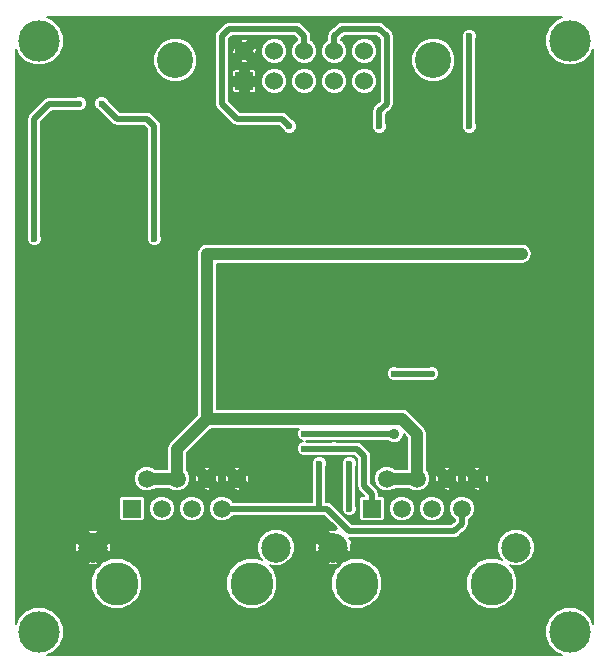
<source format=gbl>
G04 (created by PCBNEW (2013-may-18)-stable) date Sun 16 Feb 2014 09:25:13 PM CET*
%MOIN*%
G04 Gerber Fmt 3.4, Leading zero omitted, Abs format*
%FSLAX34Y34*%
G01*
G70*
G90*
G04 APERTURE LIST*
%ADD10C,0.00590551*%
%ADD11C,0.137795*%
%ADD12C,0.12*%
%ADD13R,0.06X0.06*%
%ADD14C,0.06*%
%ADD15C,0.1437*%
%ADD16R,0.0591X0.0591*%
%ADD17C,0.0591*%
%ADD18C,0.0984252*%
%ADD19C,0.023622*%
%ADD20C,0.0354331*%
%ADD21C,0.019685*%
%ADD22C,0.0393701*%
%ADD23C,0.0067*%
G04 APERTURE END LIST*
G54D10*
G54D11*
X40150Y-14400D03*
X40150Y-34100D03*
X57850Y-34100D03*
X57850Y-14400D03*
G54D12*
X53300Y-15050D03*
X44700Y-15050D03*
G54D13*
X47000Y-15750D03*
G54D14*
X47000Y-14750D03*
X48000Y-15750D03*
X48000Y-14750D03*
X49000Y-15750D03*
X49000Y-14750D03*
X50000Y-15750D03*
X50000Y-14750D03*
X51000Y-15750D03*
X51000Y-14750D03*
G54D15*
X47250Y-32500D03*
X42750Y-32500D03*
G54D16*
X43250Y-30000D03*
G54D17*
X43750Y-29000D03*
X44250Y-30000D03*
X44750Y-29000D03*
X45250Y-30000D03*
X45750Y-29000D03*
X46250Y-30000D03*
X46750Y-29000D03*
G54D18*
X41950Y-31299D03*
X48050Y-31299D03*
G54D15*
X55250Y-32500D03*
X50750Y-32500D03*
G54D16*
X51250Y-30000D03*
G54D17*
X51750Y-29000D03*
X52250Y-30000D03*
X52750Y-29000D03*
X53250Y-30000D03*
X53750Y-29000D03*
X54250Y-30000D03*
X54750Y-29000D03*
G54D18*
X49950Y-31299D03*
X56050Y-31299D03*
G54D19*
X41500Y-16500D03*
X40000Y-21000D03*
X45750Y-25250D03*
X53250Y-21500D03*
X56250Y-21500D03*
X54750Y-21500D03*
X51750Y-21500D03*
X50250Y-21500D03*
X48750Y-21500D03*
X47250Y-21500D03*
X45750Y-21500D03*
X42250Y-16500D03*
X44000Y-21000D03*
X49000Y-28000D03*
X50000Y-28000D03*
X49000Y-27500D03*
G54D20*
X52000Y-27500D03*
G54D19*
X50500Y-30000D03*
X50500Y-28500D03*
X52000Y-25500D03*
X53250Y-25500D03*
X49500Y-28500D03*
X54500Y-14250D03*
X54500Y-17250D03*
X51500Y-17250D03*
X48500Y-17250D03*
G54D21*
X40500Y-16500D02*
X41500Y-16500D01*
X40000Y-17000D02*
X40500Y-16500D01*
X40000Y-17000D02*
X40000Y-21000D01*
G54D22*
X45750Y-27000D02*
X52250Y-27000D01*
X52750Y-29000D02*
X52750Y-27500D01*
X52750Y-27500D02*
X52250Y-27000D01*
X45750Y-27000D02*
X45750Y-27000D01*
X45750Y-27000D02*
X45750Y-26250D01*
X44750Y-28000D02*
X45750Y-27000D01*
X44750Y-28000D02*
X44750Y-28000D01*
X44750Y-28000D02*
X44750Y-29000D01*
X45750Y-26250D02*
X45750Y-25250D01*
X45750Y-25250D02*
X45750Y-25000D01*
X45750Y-25000D02*
X45750Y-21500D01*
X51750Y-29000D02*
X52750Y-29000D01*
X43750Y-29000D02*
X44750Y-29000D01*
X54750Y-21500D02*
X56250Y-21500D01*
X54750Y-21500D02*
X53250Y-21500D01*
X53250Y-21500D02*
X51750Y-21500D01*
X51750Y-21500D02*
X50250Y-21500D01*
X50250Y-21500D02*
X48750Y-21500D01*
X48750Y-21500D02*
X47250Y-21500D01*
X47250Y-21500D02*
X45750Y-21500D01*
G54D21*
X42250Y-16500D02*
X42750Y-17000D01*
X42750Y-17000D02*
X43750Y-17000D01*
X43750Y-17000D02*
X44000Y-17250D01*
X44000Y-17250D02*
X44000Y-21000D01*
X49000Y-28000D02*
X50000Y-28000D01*
X51000Y-28250D02*
X51000Y-29250D01*
X50000Y-28000D02*
X50750Y-28000D01*
X50750Y-28000D02*
X51000Y-28250D01*
X51250Y-29500D02*
X51250Y-30000D01*
X51000Y-29250D02*
X51250Y-29500D01*
X49000Y-27500D02*
X52000Y-27500D01*
X50500Y-30000D02*
X50500Y-30000D01*
X50500Y-28500D02*
X50500Y-30000D01*
X52000Y-25500D02*
X52750Y-25500D01*
X52750Y-25500D02*
X53250Y-25500D01*
X50500Y-30750D02*
X51000Y-30750D01*
X51000Y-30750D02*
X54000Y-30750D01*
X54000Y-30750D02*
X54250Y-30500D01*
X54250Y-30000D02*
X54250Y-30500D01*
X49750Y-30000D02*
X50500Y-30750D01*
X49750Y-30000D02*
X49500Y-30000D01*
X49500Y-30000D02*
X49500Y-29500D01*
X49500Y-29500D02*
X49500Y-30000D01*
X49500Y-30000D02*
X47250Y-30000D01*
X47250Y-30000D02*
X46250Y-30000D01*
X49500Y-28500D02*
X49500Y-29500D01*
X54500Y-14250D02*
X54500Y-17250D01*
X51500Y-14000D02*
X50250Y-14000D01*
X51750Y-14250D02*
X51500Y-14000D01*
X51750Y-16500D02*
X51750Y-16250D01*
X51500Y-16750D02*
X51750Y-16500D01*
X51500Y-17250D02*
X51500Y-16750D01*
X51750Y-16250D02*
X51750Y-14250D01*
X50000Y-14250D02*
X50000Y-14750D01*
X50250Y-14000D02*
X50000Y-14250D01*
X46750Y-17000D02*
X48250Y-17000D01*
X48750Y-14000D02*
X49000Y-14250D01*
X49000Y-14750D02*
X49000Y-14250D01*
X46250Y-16250D02*
X46250Y-14250D01*
X46750Y-17000D02*
X46250Y-16500D01*
X46250Y-16500D02*
X46250Y-16250D01*
X46250Y-14250D02*
X46500Y-14000D01*
X46500Y-14000D02*
X48750Y-14000D01*
X48500Y-17250D02*
X48500Y-17250D01*
X48250Y-17000D02*
X48500Y-17250D01*
G54D10*
G36*
X58629Y-33833D02*
X58547Y-33634D01*
X58316Y-33403D01*
X58014Y-33277D01*
X57687Y-33277D01*
X57384Y-33402D01*
X57153Y-33633D01*
X57027Y-33935D01*
X57027Y-34262D01*
X57152Y-34565D01*
X57383Y-34796D01*
X57583Y-34879D01*
X56675Y-34879D01*
X56675Y-31175D01*
X56580Y-30945D01*
X56580Y-30944D01*
X56580Y-21500D01*
X56555Y-21373D01*
X56483Y-21266D01*
X56376Y-21194D01*
X56250Y-21169D01*
X54751Y-21169D01*
X54751Y-17200D01*
X54731Y-17152D01*
X54731Y-14347D01*
X54751Y-14300D01*
X54751Y-14200D01*
X54713Y-14107D01*
X54642Y-14036D01*
X54550Y-13998D01*
X54450Y-13998D01*
X54357Y-14036D01*
X54286Y-14107D01*
X54248Y-14199D01*
X54248Y-14299D01*
X54268Y-14347D01*
X54268Y-17152D01*
X54248Y-17199D01*
X54248Y-17299D01*
X54286Y-17392D01*
X54357Y-17463D01*
X54449Y-17501D01*
X54549Y-17501D01*
X54642Y-17463D01*
X54713Y-17392D01*
X54751Y-17300D01*
X54751Y-17200D01*
X54751Y-21169D01*
X54750Y-21169D01*
X54033Y-21169D01*
X54033Y-14904D01*
X53922Y-14635D01*
X53716Y-14428D01*
X53446Y-14316D01*
X53154Y-14316D01*
X52885Y-14427D01*
X52678Y-14633D01*
X52566Y-14903D01*
X52566Y-15195D01*
X52677Y-15464D01*
X52883Y-15671D01*
X53153Y-15783D01*
X53445Y-15783D01*
X53714Y-15672D01*
X53921Y-15466D01*
X54033Y-15196D01*
X54033Y-14904D01*
X54033Y-21169D01*
X53250Y-21169D01*
X51981Y-21169D01*
X51981Y-16500D01*
X51981Y-16250D01*
X51981Y-14250D01*
X51964Y-14161D01*
X51913Y-14086D01*
X51913Y-14086D01*
X51663Y-13836D01*
X51588Y-13785D01*
X51500Y-13768D01*
X51499Y-13768D01*
X50250Y-13768D01*
X50161Y-13785D01*
X50086Y-13836D01*
X50086Y-13836D01*
X49836Y-14086D01*
X49785Y-14161D01*
X49768Y-14250D01*
X49768Y-14250D01*
X49768Y-14376D01*
X49754Y-14382D01*
X49632Y-14504D01*
X49566Y-14663D01*
X49566Y-14835D01*
X49632Y-14995D01*
X49754Y-15117D01*
X49913Y-15183D01*
X50085Y-15183D01*
X50245Y-15117D01*
X50367Y-14995D01*
X50433Y-14836D01*
X50433Y-14664D01*
X50367Y-14504D01*
X50245Y-14382D01*
X50231Y-14376D01*
X50231Y-14346D01*
X50346Y-14231D01*
X51403Y-14231D01*
X51518Y-14346D01*
X51518Y-16250D01*
X51518Y-16403D01*
X51433Y-16488D01*
X51433Y-15664D01*
X51433Y-14664D01*
X51367Y-14504D01*
X51245Y-14382D01*
X51086Y-14316D01*
X50914Y-14316D01*
X50754Y-14382D01*
X50632Y-14504D01*
X50566Y-14663D01*
X50566Y-14835D01*
X50632Y-14995D01*
X50754Y-15117D01*
X50913Y-15183D01*
X51085Y-15183D01*
X51245Y-15117D01*
X51367Y-14995D01*
X51433Y-14836D01*
X51433Y-14664D01*
X51433Y-15664D01*
X51367Y-15504D01*
X51245Y-15382D01*
X51086Y-15316D01*
X50914Y-15316D01*
X50754Y-15382D01*
X50632Y-15504D01*
X50566Y-15663D01*
X50566Y-15835D01*
X50632Y-15995D01*
X50754Y-16117D01*
X50913Y-16183D01*
X51085Y-16183D01*
X51245Y-16117D01*
X51367Y-15995D01*
X51433Y-15836D01*
X51433Y-15664D01*
X51433Y-16488D01*
X51336Y-16586D01*
X51285Y-16661D01*
X51268Y-16750D01*
X51268Y-16750D01*
X51268Y-17152D01*
X51248Y-17199D01*
X51248Y-17299D01*
X51286Y-17392D01*
X51357Y-17463D01*
X51449Y-17501D01*
X51549Y-17501D01*
X51642Y-17463D01*
X51713Y-17392D01*
X51751Y-17300D01*
X51751Y-17200D01*
X51731Y-17152D01*
X51731Y-16846D01*
X51913Y-16663D01*
X51913Y-16663D01*
X51913Y-16663D01*
X51964Y-16588D01*
X51981Y-16500D01*
X51981Y-21169D01*
X51750Y-21169D01*
X50433Y-21169D01*
X50433Y-15664D01*
X50367Y-15504D01*
X50245Y-15382D01*
X50086Y-15316D01*
X49914Y-15316D01*
X49754Y-15382D01*
X49632Y-15504D01*
X49566Y-15663D01*
X49566Y-15835D01*
X49632Y-15995D01*
X49754Y-16117D01*
X49913Y-16183D01*
X50085Y-16183D01*
X50245Y-16117D01*
X50367Y-15995D01*
X50433Y-15836D01*
X50433Y-15664D01*
X50433Y-21169D01*
X50250Y-21169D01*
X49433Y-21169D01*
X49433Y-15664D01*
X49433Y-14664D01*
X49367Y-14504D01*
X49245Y-14382D01*
X49231Y-14376D01*
X49231Y-14250D01*
X49214Y-14161D01*
X49163Y-14086D01*
X49163Y-14086D01*
X48913Y-13836D01*
X48838Y-13785D01*
X48750Y-13768D01*
X48749Y-13768D01*
X46500Y-13768D01*
X46411Y-13785D01*
X46336Y-13836D01*
X46336Y-13836D01*
X46086Y-14086D01*
X46035Y-14161D01*
X46018Y-14250D01*
X46018Y-14250D01*
X46018Y-16250D01*
X46018Y-16499D01*
X46018Y-16500D01*
X46035Y-16588D01*
X46086Y-16663D01*
X46586Y-17163D01*
X46586Y-17163D01*
X46661Y-17214D01*
X46750Y-17231D01*
X46750Y-17231D01*
X46750Y-17231D01*
X48153Y-17231D01*
X48267Y-17345D01*
X48286Y-17392D01*
X48357Y-17463D01*
X48449Y-17501D01*
X48549Y-17501D01*
X48642Y-17463D01*
X48713Y-17392D01*
X48751Y-17300D01*
X48751Y-17200D01*
X48713Y-17107D01*
X48642Y-17036D01*
X48594Y-17017D01*
X48433Y-16855D01*
X48433Y-15664D01*
X48433Y-14664D01*
X48367Y-14504D01*
X48245Y-14382D01*
X48086Y-14316D01*
X47914Y-14316D01*
X47754Y-14382D01*
X47632Y-14504D01*
X47566Y-14663D01*
X47566Y-14835D01*
X47632Y-14995D01*
X47754Y-15117D01*
X47913Y-15183D01*
X48085Y-15183D01*
X48245Y-15117D01*
X48367Y-14995D01*
X48433Y-14836D01*
X48433Y-14664D01*
X48433Y-15664D01*
X48367Y-15504D01*
X48245Y-15382D01*
X48086Y-15316D01*
X47914Y-15316D01*
X47754Y-15382D01*
X47632Y-15504D01*
X47566Y-15663D01*
X47566Y-15835D01*
X47632Y-15995D01*
X47754Y-16117D01*
X47913Y-16183D01*
X48085Y-16183D01*
X48245Y-16117D01*
X48367Y-15995D01*
X48433Y-15836D01*
X48433Y-15664D01*
X48433Y-16855D01*
X48413Y-16836D01*
X48338Y-16785D01*
X48250Y-16768D01*
X48249Y-16768D01*
X47404Y-16768D01*
X47404Y-14692D01*
X47395Y-14648D01*
X47355Y-14606D01*
X47212Y-14750D01*
X47355Y-14893D01*
X47395Y-14851D01*
X47404Y-14692D01*
X47404Y-16768D01*
X47400Y-16768D01*
X47400Y-16030D01*
X47400Y-15469D01*
X47400Y-15429D01*
X47385Y-15392D01*
X47356Y-15364D01*
X47319Y-15349D01*
X47175Y-15349D01*
X47150Y-15374D01*
X47150Y-15600D01*
X47375Y-15600D01*
X47400Y-15574D01*
X47400Y-15469D01*
X47400Y-16030D01*
X47400Y-15925D01*
X47375Y-15900D01*
X47150Y-15900D01*
X47150Y-16125D01*
X47175Y-16150D01*
X47319Y-16150D01*
X47356Y-16135D01*
X47385Y-16107D01*
X47400Y-16070D01*
X47400Y-16030D01*
X47400Y-16768D01*
X47143Y-16768D01*
X47143Y-15105D01*
X47143Y-14394D01*
X47101Y-14354D01*
X46942Y-14345D01*
X46898Y-14354D01*
X46856Y-14394D01*
X47000Y-14537D01*
X47143Y-14394D01*
X47143Y-15105D01*
X47000Y-14962D01*
X46856Y-15105D01*
X46898Y-15145D01*
X47057Y-15154D01*
X47101Y-15145D01*
X47143Y-15105D01*
X47143Y-16768D01*
X46850Y-16768D01*
X46850Y-16125D01*
X46850Y-15900D01*
X46850Y-15600D01*
X46850Y-15374D01*
X46824Y-15349D01*
X46787Y-15349D01*
X46787Y-14750D01*
X46644Y-14606D01*
X46604Y-14648D01*
X46595Y-14807D01*
X46604Y-14851D01*
X46644Y-14893D01*
X46787Y-14750D01*
X46787Y-15349D01*
X46680Y-15349D01*
X46643Y-15364D01*
X46614Y-15392D01*
X46599Y-15429D01*
X46599Y-15469D01*
X46599Y-15574D01*
X46624Y-15600D01*
X46850Y-15600D01*
X46850Y-15900D01*
X46624Y-15900D01*
X46599Y-15925D01*
X46599Y-16030D01*
X46599Y-16070D01*
X46614Y-16107D01*
X46643Y-16135D01*
X46680Y-16150D01*
X46824Y-16150D01*
X46850Y-16125D01*
X46850Y-16768D01*
X46846Y-16768D01*
X46481Y-16403D01*
X46481Y-16250D01*
X46481Y-14346D01*
X46596Y-14231D01*
X48653Y-14231D01*
X48768Y-14346D01*
X48768Y-14376D01*
X48754Y-14382D01*
X48632Y-14504D01*
X48566Y-14663D01*
X48566Y-14835D01*
X48632Y-14995D01*
X48754Y-15117D01*
X48913Y-15183D01*
X49085Y-15183D01*
X49245Y-15117D01*
X49367Y-14995D01*
X49433Y-14836D01*
X49433Y-14664D01*
X49433Y-15664D01*
X49367Y-15504D01*
X49245Y-15382D01*
X49086Y-15316D01*
X48914Y-15316D01*
X48754Y-15382D01*
X48632Y-15504D01*
X48566Y-15663D01*
X48566Y-15835D01*
X48632Y-15995D01*
X48754Y-16117D01*
X48913Y-16183D01*
X49085Y-16183D01*
X49245Y-16117D01*
X49367Y-15995D01*
X49433Y-15836D01*
X49433Y-15664D01*
X49433Y-21169D01*
X48750Y-21169D01*
X47250Y-21169D01*
X45750Y-21169D01*
X45623Y-21194D01*
X45516Y-21266D01*
X45444Y-21373D01*
X45433Y-21429D01*
X45433Y-14904D01*
X45322Y-14635D01*
X45116Y-14428D01*
X44846Y-14316D01*
X44554Y-14316D01*
X44285Y-14427D01*
X44078Y-14633D01*
X43966Y-14903D01*
X43966Y-15195D01*
X44077Y-15464D01*
X44283Y-15671D01*
X44553Y-15783D01*
X44845Y-15783D01*
X45114Y-15672D01*
X45321Y-15466D01*
X45433Y-15196D01*
X45433Y-14904D01*
X45433Y-21429D01*
X45419Y-21500D01*
X45419Y-25000D01*
X45419Y-25250D01*
X45419Y-26250D01*
X45419Y-26863D01*
X44516Y-27766D01*
X44444Y-27873D01*
X44419Y-28000D01*
X44419Y-28669D01*
X44251Y-28669D01*
X44251Y-20950D01*
X44231Y-20902D01*
X44231Y-17250D01*
X44214Y-17161D01*
X44163Y-17086D01*
X44163Y-17086D01*
X43913Y-16836D01*
X43838Y-16785D01*
X43750Y-16768D01*
X43749Y-16768D01*
X42846Y-16768D01*
X42482Y-16404D01*
X42463Y-16357D01*
X42392Y-16286D01*
X42300Y-16248D01*
X42200Y-16248D01*
X42107Y-16286D01*
X42036Y-16357D01*
X41998Y-16449D01*
X41998Y-16549D01*
X42036Y-16642D01*
X42107Y-16713D01*
X42155Y-16732D01*
X42586Y-17163D01*
X42586Y-17163D01*
X42661Y-17214D01*
X42750Y-17231D01*
X42750Y-17231D01*
X42750Y-17231D01*
X43653Y-17231D01*
X43768Y-17346D01*
X43768Y-20902D01*
X43748Y-20949D01*
X43748Y-21049D01*
X43786Y-21142D01*
X43857Y-21213D01*
X43949Y-21251D01*
X44049Y-21251D01*
X44142Y-21213D01*
X44213Y-21142D01*
X44251Y-21050D01*
X44251Y-20950D01*
X44251Y-28669D01*
X44026Y-28669D01*
X43993Y-28636D01*
X43835Y-28571D01*
X43665Y-28570D01*
X43507Y-28636D01*
X43386Y-28756D01*
X43321Y-28914D01*
X43320Y-29084D01*
X43386Y-29242D01*
X43506Y-29363D01*
X43664Y-29428D01*
X43834Y-29429D01*
X43992Y-29363D01*
X44026Y-29330D01*
X44473Y-29330D01*
X44506Y-29363D01*
X44664Y-29428D01*
X44834Y-29429D01*
X44992Y-29363D01*
X45113Y-29243D01*
X45178Y-29085D01*
X45179Y-28915D01*
X45113Y-28757D01*
X45080Y-28723D01*
X45080Y-28136D01*
X45886Y-27330D01*
X48813Y-27330D01*
X48786Y-27357D01*
X48748Y-27449D01*
X48748Y-27549D01*
X48786Y-27642D01*
X48857Y-27713D01*
X48946Y-27750D01*
X48857Y-27786D01*
X48786Y-27857D01*
X48748Y-27949D01*
X48748Y-28049D01*
X48786Y-28142D01*
X48857Y-28213D01*
X48949Y-28251D01*
X49049Y-28251D01*
X49097Y-28231D01*
X49902Y-28231D01*
X49949Y-28251D01*
X50049Y-28251D01*
X50097Y-28231D01*
X50653Y-28231D01*
X50768Y-28346D01*
X50768Y-29249D01*
X50768Y-29250D01*
X50785Y-29338D01*
X50836Y-29413D01*
X50992Y-29570D01*
X50928Y-29570D01*
X50878Y-29591D01*
X50841Y-29628D01*
X50821Y-29677D01*
X50820Y-29730D01*
X50820Y-30321D01*
X50841Y-30371D01*
X50878Y-30408D01*
X50927Y-30428D01*
X50980Y-30429D01*
X51571Y-30429D01*
X51621Y-30408D01*
X51658Y-30371D01*
X51678Y-30322D01*
X51679Y-30269D01*
X51679Y-29678D01*
X51658Y-29628D01*
X51621Y-29591D01*
X51572Y-29571D01*
X51519Y-29570D01*
X51481Y-29570D01*
X51481Y-29500D01*
X51464Y-29411D01*
X51413Y-29336D01*
X51413Y-29336D01*
X51231Y-29153D01*
X51231Y-28250D01*
X51214Y-28161D01*
X51163Y-28086D01*
X51163Y-28086D01*
X50913Y-27836D01*
X50838Y-27785D01*
X50750Y-27768D01*
X50749Y-27768D01*
X50097Y-27768D01*
X50050Y-27748D01*
X49950Y-27748D01*
X49902Y-27768D01*
X49097Y-27768D01*
X49053Y-27749D01*
X49097Y-27731D01*
X51792Y-27731D01*
X51823Y-27763D01*
X51937Y-27810D01*
X52061Y-27810D01*
X52175Y-27763D01*
X52263Y-27676D01*
X52310Y-27562D01*
X52310Y-27527D01*
X52419Y-27636D01*
X52419Y-28669D01*
X52026Y-28669D01*
X51993Y-28636D01*
X51835Y-28571D01*
X51665Y-28570D01*
X51507Y-28636D01*
X51386Y-28756D01*
X51321Y-28914D01*
X51320Y-29084D01*
X51386Y-29242D01*
X51506Y-29363D01*
X51664Y-29428D01*
X51834Y-29429D01*
X51992Y-29363D01*
X52026Y-29330D01*
X52473Y-29330D01*
X52506Y-29363D01*
X52664Y-29428D01*
X52834Y-29429D01*
X52992Y-29363D01*
X53113Y-29243D01*
X53178Y-29085D01*
X53179Y-28915D01*
X53113Y-28757D01*
X53080Y-28723D01*
X53080Y-27500D01*
X53055Y-27373D01*
X52983Y-27266D01*
X52483Y-26766D01*
X52376Y-26694D01*
X52250Y-26669D01*
X46080Y-26669D01*
X46080Y-26250D01*
X46080Y-25250D01*
X46080Y-25000D01*
X46080Y-21830D01*
X47250Y-21830D01*
X48750Y-21830D01*
X50250Y-21830D01*
X51750Y-21830D01*
X53250Y-21830D01*
X54750Y-21830D01*
X56250Y-21830D01*
X56376Y-21805D01*
X56483Y-21733D01*
X56555Y-21626D01*
X56580Y-21500D01*
X56580Y-30944D01*
X56404Y-30769D01*
X56174Y-30673D01*
X55926Y-30673D01*
X55696Y-30768D01*
X55519Y-30944D01*
X55424Y-31174D01*
X55424Y-31423D01*
X55519Y-31653D01*
X55580Y-31714D01*
X55420Y-31648D01*
X55149Y-31647D01*
X55149Y-28944D01*
X55140Y-28898D01*
X55100Y-28857D01*
X54958Y-29000D01*
X55100Y-29142D01*
X55140Y-29101D01*
X55149Y-28944D01*
X55149Y-31647D01*
X55081Y-31647D01*
X54892Y-31726D01*
X54892Y-29350D01*
X54892Y-28649D01*
X54851Y-28609D01*
X54694Y-28600D01*
X54648Y-28609D01*
X54607Y-28649D01*
X54750Y-28791D01*
X54892Y-28649D01*
X54892Y-29350D01*
X54750Y-29208D01*
X54607Y-29350D01*
X54648Y-29390D01*
X54805Y-29399D01*
X54851Y-29390D01*
X54892Y-29350D01*
X54892Y-31726D01*
X54768Y-31777D01*
X54679Y-31866D01*
X54679Y-29915D01*
X54613Y-29757D01*
X54541Y-29684D01*
X54541Y-29000D01*
X54399Y-28857D01*
X54359Y-28898D01*
X54350Y-29055D01*
X54359Y-29101D01*
X54399Y-29142D01*
X54541Y-29000D01*
X54541Y-29684D01*
X54493Y-29636D01*
X54335Y-29571D01*
X54165Y-29570D01*
X54149Y-29577D01*
X54149Y-28944D01*
X54140Y-28898D01*
X54100Y-28857D01*
X53958Y-29000D01*
X54100Y-29142D01*
X54140Y-29101D01*
X54149Y-28944D01*
X54149Y-29577D01*
X54007Y-29636D01*
X53892Y-29751D01*
X53892Y-29350D01*
X53892Y-28649D01*
X53851Y-28609D01*
X53694Y-28600D01*
X53648Y-28609D01*
X53607Y-28649D01*
X53750Y-28791D01*
X53892Y-28649D01*
X53892Y-29350D01*
X53750Y-29208D01*
X53607Y-29350D01*
X53648Y-29390D01*
X53805Y-29399D01*
X53851Y-29390D01*
X53892Y-29350D01*
X53892Y-29751D01*
X53886Y-29756D01*
X53821Y-29914D01*
X53820Y-30084D01*
X53886Y-30242D01*
X54006Y-30363D01*
X54018Y-30368D01*
X54018Y-30403D01*
X53903Y-30518D01*
X53679Y-30518D01*
X53679Y-29915D01*
X53613Y-29757D01*
X53541Y-29684D01*
X53541Y-29000D01*
X53501Y-28960D01*
X53501Y-25450D01*
X53463Y-25357D01*
X53392Y-25286D01*
X53300Y-25248D01*
X53200Y-25248D01*
X53152Y-25268D01*
X52750Y-25268D01*
X52097Y-25268D01*
X52050Y-25248D01*
X51950Y-25248D01*
X51857Y-25286D01*
X51786Y-25357D01*
X51748Y-25449D01*
X51748Y-25549D01*
X51786Y-25642D01*
X51857Y-25713D01*
X51949Y-25751D01*
X52049Y-25751D01*
X52097Y-25731D01*
X52750Y-25731D01*
X53152Y-25731D01*
X53199Y-25751D01*
X53299Y-25751D01*
X53392Y-25713D01*
X53463Y-25642D01*
X53501Y-25550D01*
X53501Y-25450D01*
X53501Y-28960D01*
X53399Y-28857D01*
X53359Y-28898D01*
X53350Y-29055D01*
X53359Y-29101D01*
X53399Y-29142D01*
X53541Y-29000D01*
X53541Y-29684D01*
X53493Y-29636D01*
X53335Y-29571D01*
X53165Y-29570D01*
X53007Y-29636D01*
X52886Y-29756D01*
X52821Y-29914D01*
X52820Y-30084D01*
X52886Y-30242D01*
X53006Y-30363D01*
X53164Y-30428D01*
X53334Y-30429D01*
X53492Y-30363D01*
X53613Y-30243D01*
X53678Y-30085D01*
X53679Y-29915D01*
X53679Y-30518D01*
X52679Y-30518D01*
X52679Y-29915D01*
X52613Y-29757D01*
X52493Y-29636D01*
X52335Y-29571D01*
X52165Y-29570D01*
X52007Y-29636D01*
X51886Y-29756D01*
X51821Y-29914D01*
X51820Y-30084D01*
X51886Y-30242D01*
X52006Y-30363D01*
X52164Y-30428D01*
X52334Y-30429D01*
X52492Y-30363D01*
X52613Y-30243D01*
X52678Y-30085D01*
X52679Y-29915D01*
X52679Y-30518D01*
X51000Y-30518D01*
X50751Y-30518D01*
X50751Y-29950D01*
X50731Y-29902D01*
X50731Y-28597D01*
X50751Y-28550D01*
X50751Y-28450D01*
X50713Y-28357D01*
X50642Y-28286D01*
X50550Y-28248D01*
X50450Y-28248D01*
X50357Y-28286D01*
X50286Y-28357D01*
X50248Y-28449D01*
X50248Y-28549D01*
X50268Y-28597D01*
X50268Y-29902D01*
X50248Y-29949D01*
X50248Y-30049D01*
X50286Y-30142D01*
X50357Y-30213D01*
X50449Y-30251D01*
X50549Y-30251D01*
X50642Y-30213D01*
X50713Y-30142D01*
X50751Y-30050D01*
X50751Y-29950D01*
X50751Y-30518D01*
X50596Y-30518D01*
X49913Y-29836D01*
X49838Y-29785D01*
X49750Y-29768D01*
X49749Y-29768D01*
X49731Y-29768D01*
X49731Y-29500D01*
X49731Y-28597D01*
X49751Y-28550D01*
X49751Y-28450D01*
X49713Y-28357D01*
X49642Y-28286D01*
X49550Y-28248D01*
X49450Y-28248D01*
X49357Y-28286D01*
X49286Y-28357D01*
X49248Y-28449D01*
X49248Y-28549D01*
X49268Y-28597D01*
X49268Y-29500D01*
X49268Y-29768D01*
X47250Y-29768D01*
X47149Y-29768D01*
X47149Y-28944D01*
X47140Y-28898D01*
X47100Y-28857D01*
X46958Y-29000D01*
X47100Y-29142D01*
X47140Y-29101D01*
X47149Y-28944D01*
X47149Y-29768D01*
X46892Y-29768D01*
X46892Y-29350D01*
X46892Y-28649D01*
X46851Y-28609D01*
X46694Y-28600D01*
X46648Y-28609D01*
X46607Y-28649D01*
X46750Y-28791D01*
X46892Y-28649D01*
X46892Y-29350D01*
X46750Y-29208D01*
X46607Y-29350D01*
X46648Y-29390D01*
X46805Y-29399D01*
X46851Y-29390D01*
X46892Y-29350D01*
X46892Y-29768D01*
X46618Y-29768D01*
X46613Y-29757D01*
X46541Y-29684D01*
X46541Y-29000D01*
X46399Y-28857D01*
X46359Y-28898D01*
X46350Y-29055D01*
X46359Y-29101D01*
X46399Y-29142D01*
X46541Y-29000D01*
X46541Y-29684D01*
X46493Y-29636D01*
X46335Y-29571D01*
X46165Y-29570D01*
X46149Y-29577D01*
X46149Y-28944D01*
X46140Y-28898D01*
X46100Y-28857D01*
X45958Y-29000D01*
X46100Y-29142D01*
X46140Y-29101D01*
X46149Y-28944D01*
X46149Y-29577D01*
X46007Y-29636D01*
X45892Y-29751D01*
X45892Y-29350D01*
X45892Y-28649D01*
X45851Y-28609D01*
X45694Y-28600D01*
X45648Y-28609D01*
X45607Y-28649D01*
X45750Y-28791D01*
X45892Y-28649D01*
X45892Y-29350D01*
X45750Y-29208D01*
X45607Y-29350D01*
X45648Y-29390D01*
X45805Y-29399D01*
X45851Y-29390D01*
X45892Y-29350D01*
X45892Y-29751D01*
X45886Y-29756D01*
X45821Y-29914D01*
X45820Y-30084D01*
X45886Y-30242D01*
X46006Y-30363D01*
X46164Y-30428D01*
X46334Y-30429D01*
X46492Y-30363D01*
X46613Y-30243D01*
X46618Y-30231D01*
X47250Y-30231D01*
X49500Y-30231D01*
X49653Y-30231D01*
X50081Y-30659D01*
X50033Y-30707D01*
X49840Y-30705D01*
X49825Y-30708D01*
X49754Y-30754D01*
X49950Y-30951D01*
X50036Y-30865D01*
X50147Y-30975D01*
X50384Y-31213D01*
X50298Y-31299D01*
X50495Y-31495D01*
X50541Y-31424D01*
X50544Y-31214D01*
X50544Y-31214D01*
X50632Y-31126D01*
X50483Y-30978D01*
X50485Y-30978D01*
X50499Y-30981D01*
X50499Y-30981D01*
X50500Y-30981D01*
X51000Y-30981D01*
X53999Y-30981D01*
X54000Y-30981D01*
X54000Y-30981D01*
X54088Y-30964D01*
X54163Y-30913D01*
X54413Y-30663D01*
X54413Y-30663D01*
X54413Y-30663D01*
X54464Y-30588D01*
X54481Y-30500D01*
X54481Y-30368D01*
X54492Y-30363D01*
X54613Y-30243D01*
X54678Y-30085D01*
X54679Y-29915D01*
X54679Y-31866D01*
X54528Y-32016D01*
X54398Y-32329D01*
X54397Y-32668D01*
X54527Y-32981D01*
X54766Y-33221D01*
X55079Y-33351D01*
X55418Y-33352D01*
X55731Y-33222D01*
X55971Y-32983D01*
X56101Y-32670D01*
X56102Y-32331D01*
X55972Y-32018D01*
X55847Y-31892D01*
X55925Y-31924D01*
X56173Y-31924D01*
X56403Y-31829D01*
X56580Y-31654D01*
X56675Y-31424D01*
X56675Y-31175D01*
X56675Y-34879D01*
X51602Y-34879D01*
X51602Y-32331D01*
X51472Y-32018D01*
X51233Y-31778D01*
X50920Y-31648D01*
X50581Y-31647D01*
X50544Y-31662D01*
X50268Y-31777D01*
X50147Y-31897D01*
X50147Y-31843D01*
X49950Y-31647D01*
X49754Y-31843D01*
X49825Y-31890D01*
X50061Y-31893D01*
X50076Y-31890D01*
X50147Y-31843D01*
X50147Y-31897D01*
X50028Y-32016D01*
X49898Y-32329D01*
X49897Y-32668D01*
X50027Y-32981D01*
X50266Y-33221D01*
X50579Y-33351D01*
X50918Y-33352D01*
X51231Y-33222D01*
X51471Y-32983D01*
X51601Y-32670D01*
X51602Y-32331D01*
X51602Y-34879D01*
X49602Y-34879D01*
X49602Y-31299D01*
X49406Y-31102D01*
X49359Y-31173D01*
X49356Y-31409D01*
X49359Y-31424D01*
X49406Y-31495D01*
X49602Y-31299D01*
X49602Y-34879D01*
X48675Y-34879D01*
X48675Y-31175D01*
X48580Y-30945D01*
X48404Y-30769D01*
X48174Y-30673D01*
X47926Y-30673D01*
X47696Y-30768D01*
X47519Y-30944D01*
X47424Y-31174D01*
X47424Y-31423D01*
X47519Y-31653D01*
X47580Y-31714D01*
X47420Y-31648D01*
X47081Y-31647D01*
X46768Y-31777D01*
X46528Y-32016D01*
X46398Y-32329D01*
X46397Y-32668D01*
X46527Y-32981D01*
X46766Y-33221D01*
X47079Y-33351D01*
X47418Y-33352D01*
X47731Y-33222D01*
X47971Y-32983D01*
X48101Y-32670D01*
X48102Y-32331D01*
X47972Y-32018D01*
X47847Y-31892D01*
X47925Y-31924D01*
X48173Y-31924D01*
X48403Y-31829D01*
X48580Y-31654D01*
X48675Y-31424D01*
X48675Y-31175D01*
X48675Y-34879D01*
X45679Y-34879D01*
X45679Y-29915D01*
X45613Y-29757D01*
X45541Y-29684D01*
X45541Y-29000D01*
X45399Y-28857D01*
X45359Y-28898D01*
X45350Y-29055D01*
X45359Y-29101D01*
X45399Y-29142D01*
X45541Y-29000D01*
X45541Y-29684D01*
X45493Y-29636D01*
X45335Y-29571D01*
X45165Y-29570D01*
X45007Y-29636D01*
X44886Y-29756D01*
X44821Y-29914D01*
X44820Y-30084D01*
X44886Y-30242D01*
X45006Y-30363D01*
X45164Y-30428D01*
X45334Y-30429D01*
X45492Y-30363D01*
X45613Y-30243D01*
X45678Y-30085D01*
X45679Y-29915D01*
X45679Y-34879D01*
X44679Y-34879D01*
X44679Y-29915D01*
X44613Y-29757D01*
X44493Y-29636D01*
X44335Y-29571D01*
X44165Y-29570D01*
X44007Y-29636D01*
X43886Y-29756D01*
X43821Y-29914D01*
X43820Y-30084D01*
X43886Y-30242D01*
X44006Y-30363D01*
X44164Y-30428D01*
X44334Y-30429D01*
X44492Y-30363D01*
X44613Y-30243D01*
X44678Y-30085D01*
X44679Y-29915D01*
X44679Y-34879D01*
X43679Y-34879D01*
X43679Y-30269D01*
X43679Y-29678D01*
X43658Y-29628D01*
X43621Y-29591D01*
X43572Y-29571D01*
X43519Y-29570D01*
X42928Y-29570D01*
X42878Y-29591D01*
X42841Y-29628D01*
X42821Y-29677D01*
X42820Y-29730D01*
X42820Y-30321D01*
X42841Y-30371D01*
X42878Y-30408D01*
X42927Y-30428D01*
X42980Y-30429D01*
X43571Y-30429D01*
X43621Y-30408D01*
X43658Y-30371D01*
X43678Y-30322D01*
X43679Y-30269D01*
X43679Y-34879D01*
X43602Y-34879D01*
X43602Y-32331D01*
X43472Y-32018D01*
X43233Y-31778D01*
X42920Y-31648D01*
X42581Y-31647D01*
X42544Y-31662D01*
X42544Y-31188D01*
X42541Y-31173D01*
X42495Y-31102D01*
X42298Y-31299D01*
X42495Y-31495D01*
X42541Y-31424D01*
X42544Y-31188D01*
X42544Y-31662D01*
X42268Y-31777D01*
X42147Y-31897D01*
X42147Y-31843D01*
X42147Y-30754D01*
X42076Y-30708D01*
X41840Y-30705D01*
X41825Y-30708D01*
X41754Y-30754D01*
X41950Y-30951D01*
X42147Y-30754D01*
X42147Y-31843D01*
X41950Y-31647D01*
X41754Y-31843D01*
X41825Y-31890D01*
X42061Y-31893D01*
X42076Y-31890D01*
X42147Y-31843D01*
X42147Y-31897D01*
X42028Y-32016D01*
X41898Y-32329D01*
X41897Y-32668D01*
X42027Y-32981D01*
X42266Y-33221D01*
X42579Y-33351D01*
X42918Y-33352D01*
X43231Y-33222D01*
X43471Y-32983D01*
X43601Y-32670D01*
X43602Y-32331D01*
X43602Y-34879D01*
X41751Y-34879D01*
X41751Y-16450D01*
X41713Y-16357D01*
X41642Y-16286D01*
X41550Y-16248D01*
X41450Y-16248D01*
X41402Y-16268D01*
X40500Y-16268D01*
X40500Y-16268D01*
X40411Y-16285D01*
X40336Y-16336D01*
X40336Y-16336D01*
X39836Y-16836D01*
X39785Y-16911D01*
X39768Y-17000D01*
X39768Y-17000D01*
X39768Y-20902D01*
X39748Y-20949D01*
X39748Y-21049D01*
X39786Y-21142D01*
X39857Y-21213D01*
X39949Y-21251D01*
X40049Y-21251D01*
X40142Y-21213D01*
X40213Y-21142D01*
X40251Y-21050D01*
X40251Y-20950D01*
X40231Y-20902D01*
X40231Y-17096D01*
X40596Y-16731D01*
X41402Y-16731D01*
X41449Y-16751D01*
X41549Y-16751D01*
X41642Y-16713D01*
X41713Y-16642D01*
X41751Y-16550D01*
X41751Y-16450D01*
X41751Y-34879D01*
X41602Y-34879D01*
X41602Y-31299D01*
X41406Y-31102D01*
X41359Y-31173D01*
X41356Y-31409D01*
X41359Y-31424D01*
X41406Y-31495D01*
X41602Y-31299D01*
X41602Y-34879D01*
X40416Y-34879D01*
X40615Y-34797D01*
X40846Y-34566D01*
X40972Y-34264D01*
X40972Y-33937D01*
X40847Y-33634D01*
X40616Y-33403D01*
X40314Y-33277D01*
X39987Y-33277D01*
X39684Y-33402D01*
X39453Y-33633D01*
X39370Y-33833D01*
X39370Y-14666D01*
X39452Y-14865D01*
X39683Y-15096D01*
X39985Y-15222D01*
X40312Y-15222D01*
X40615Y-15097D01*
X40846Y-14866D01*
X40972Y-14564D01*
X40972Y-14237D01*
X40847Y-13934D01*
X40616Y-13703D01*
X40416Y-13620D01*
X57583Y-13620D01*
X57384Y-13702D01*
X57153Y-13933D01*
X57027Y-14235D01*
X57027Y-14562D01*
X57152Y-14865D01*
X57383Y-15096D01*
X57685Y-15222D01*
X58012Y-15222D01*
X58315Y-15097D01*
X58546Y-14866D01*
X58629Y-14666D01*
X58629Y-33833D01*
X58629Y-33833D01*
G37*
G54D23*
X58629Y-33833D02*
X58547Y-33634D01*
X58316Y-33403D01*
X58014Y-33277D01*
X57687Y-33277D01*
X57384Y-33402D01*
X57153Y-33633D01*
X57027Y-33935D01*
X57027Y-34262D01*
X57152Y-34565D01*
X57383Y-34796D01*
X57583Y-34879D01*
X56675Y-34879D01*
X56675Y-31175D01*
X56580Y-30945D01*
X56580Y-30944D01*
X56580Y-21500D01*
X56555Y-21373D01*
X56483Y-21266D01*
X56376Y-21194D01*
X56250Y-21169D01*
X54751Y-21169D01*
X54751Y-17200D01*
X54731Y-17152D01*
X54731Y-14347D01*
X54751Y-14300D01*
X54751Y-14200D01*
X54713Y-14107D01*
X54642Y-14036D01*
X54550Y-13998D01*
X54450Y-13998D01*
X54357Y-14036D01*
X54286Y-14107D01*
X54248Y-14199D01*
X54248Y-14299D01*
X54268Y-14347D01*
X54268Y-17152D01*
X54248Y-17199D01*
X54248Y-17299D01*
X54286Y-17392D01*
X54357Y-17463D01*
X54449Y-17501D01*
X54549Y-17501D01*
X54642Y-17463D01*
X54713Y-17392D01*
X54751Y-17300D01*
X54751Y-17200D01*
X54751Y-21169D01*
X54750Y-21169D01*
X54033Y-21169D01*
X54033Y-14904D01*
X53922Y-14635D01*
X53716Y-14428D01*
X53446Y-14316D01*
X53154Y-14316D01*
X52885Y-14427D01*
X52678Y-14633D01*
X52566Y-14903D01*
X52566Y-15195D01*
X52677Y-15464D01*
X52883Y-15671D01*
X53153Y-15783D01*
X53445Y-15783D01*
X53714Y-15672D01*
X53921Y-15466D01*
X54033Y-15196D01*
X54033Y-14904D01*
X54033Y-21169D01*
X53250Y-21169D01*
X51981Y-21169D01*
X51981Y-16500D01*
X51981Y-16250D01*
X51981Y-14250D01*
X51964Y-14161D01*
X51913Y-14086D01*
X51913Y-14086D01*
X51663Y-13836D01*
X51588Y-13785D01*
X51500Y-13768D01*
X51499Y-13768D01*
X50250Y-13768D01*
X50161Y-13785D01*
X50086Y-13836D01*
X50086Y-13836D01*
X49836Y-14086D01*
X49785Y-14161D01*
X49768Y-14250D01*
X49768Y-14250D01*
X49768Y-14376D01*
X49754Y-14382D01*
X49632Y-14504D01*
X49566Y-14663D01*
X49566Y-14835D01*
X49632Y-14995D01*
X49754Y-15117D01*
X49913Y-15183D01*
X50085Y-15183D01*
X50245Y-15117D01*
X50367Y-14995D01*
X50433Y-14836D01*
X50433Y-14664D01*
X50367Y-14504D01*
X50245Y-14382D01*
X50231Y-14376D01*
X50231Y-14346D01*
X50346Y-14231D01*
X51403Y-14231D01*
X51518Y-14346D01*
X51518Y-16250D01*
X51518Y-16403D01*
X51433Y-16488D01*
X51433Y-15664D01*
X51433Y-14664D01*
X51367Y-14504D01*
X51245Y-14382D01*
X51086Y-14316D01*
X50914Y-14316D01*
X50754Y-14382D01*
X50632Y-14504D01*
X50566Y-14663D01*
X50566Y-14835D01*
X50632Y-14995D01*
X50754Y-15117D01*
X50913Y-15183D01*
X51085Y-15183D01*
X51245Y-15117D01*
X51367Y-14995D01*
X51433Y-14836D01*
X51433Y-14664D01*
X51433Y-15664D01*
X51367Y-15504D01*
X51245Y-15382D01*
X51086Y-15316D01*
X50914Y-15316D01*
X50754Y-15382D01*
X50632Y-15504D01*
X50566Y-15663D01*
X50566Y-15835D01*
X50632Y-15995D01*
X50754Y-16117D01*
X50913Y-16183D01*
X51085Y-16183D01*
X51245Y-16117D01*
X51367Y-15995D01*
X51433Y-15836D01*
X51433Y-15664D01*
X51433Y-16488D01*
X51336Y-16586D01*
X51285Y-16661D01*
X51268Y-16750D01*
X51268Y-16750D01*
X51268Y-17152D01*
X51248Y-17199D01*
X51248Y-17299D01*
X51286Y-17392D01*
X51357Y-17463D01*
X51449Y-17501D01*
X51549Y-17501D01*
X51642Y-17463D01*
X51713Y-17392D01*
X51751Y-17300D01*
X51751Y-17200D01*
X51731Y-17152D01*
X51731Y-16846D01*
X51913Y-16663D01*
X51913Y-16663D01*
X51913Y-16663D01*
X51964Y-16588D01*
X51981Y-16500D01*
X51981Y-21169D01*
X51750Y-21169D01*
X50433Y-21169D01*
X50433Y-15664D01*
X50367Y-15504D01*
X50245Y-15382D01*
X50086Y-15316D01*
X49914Y-15316D01*
X49754Y-15382D01*
X49632Y-15504D01*
X49566Y-15663D01*
X49566Y-15835D01*
X49632Y-15995D01*
X49754Y-16117D01*
X49913Y-16183D01*
X50085Y-16183D01*
X50245Y-16117D01*
X50367Y-15995D01*
X50433Y-15836D01*
X50433Y-15664D01*
X50433Y-21169D01*
X50250Y-21169D01*
X49433Y-21169D01*
X49433Y-15664D01*
X49433Y-14664D01*
X49367Y-14504D01*
X49245Y-14382D01*
X49231Y-14376D01*
X49231Y-14250D01*
X49214Y-14161D01*
X49163Y-14086D01*
X49163Y-14086D01*
X48913Y-13836D01*
X48838Y-13785D01*
X48750Y-13768D01*
X48749Y-13768D01*
X46500Y-13768D01*
X46411Y-13785D01*
X46336Y-13836D01*
X46336Y-13836D01*
X46086Y-14086D01*
X46035Y-14161D01*
X46018Y-14250D01*
X46018Y-14250D01*
X46018Y-16250D01*
X46018Y-16499D01*
X46018Y-16500D01*
X46035Y-16588D01*
X46086Y-16663D01*
X46586Y-17163D01*
X46586Y-17163D01*
X46661Y-17214D01*
X46750Y-17231D01*
X46750Y-17231D01*
X46750Y-17231D01*
X48153Y-17231D01*
X48267Y-17345D01*
X48286Y-17392D01*
X48357Y-17463D01*
X48449Y-17501D01*
X48549Y-17501D01*
X48642Y-17463D01*
X48713Y-17392D01*
X48751Y-17300D01*
X48751Y-17200D01*
X48713Y-17107D01*
X48642Y-17036D01*
X48594Y-17017D01*
X48433Y-16855D01*
X48433Y-15664D01*
X48433Y-14664D01*
X48367Y-14504D01*
X48245Y-14382D01*
X48086Y-14316D01*
X47914Y-14316D01*
X47754Y-14382D01*
X47632Y-14504D01*
X47566Y-14663D01*
X47566Y-14835D01*
X47632Y-14995D01*
X47754Y-15117D01*
X47913Y-15183D01*
X48085Y-15183D01*
X48245Y-15117D01*
X48367Y-14995D01*
X48433Y-14836D01*
X48433Y-14664D01*
X48433Y-15664D01*
X48367Y-15504D01*
X48245Y-15382D01*
X48086Y-15316D01*
X47914Y-15316D01*
X47754Y-15382D01*
X47632Y-15504D01*
X47566Y-15663D01*
X47566Y-15835D01*
X47632Y-15995D01*
X47754Y-16117D01*
X47913Y-16183D01*
X48085Y-16183D01*
X48245Y-16117D01*
X48367Y-15995D01*
X48433Y-15836D01*
X48433Y-15664D01*
X48433Y-16855D01*
X48413Y-16836D01*
X48338Y-16785D01*
X48250Y-16768D01*
X48249Y-16768D01*
X47404Y-16768D01*
X47404Y-14692D01*
X47395Y-14648D01*
X47355Y-14606D01*
X47212Y-14750D01*
X47355Y-14893D01*
X47395Y-14851D01*
X47404Y-14692D01*
X47404Y-16768D01*
X47400Y-16768D01*
X47400Y-16030D01*
X47400Y-15469D01*
X47400Y-15429D01*
X47385Y-15392D01*
X47356Y-15364D01*
X47319Y-15349D01*
X47175Y-15349D01*
X47150Y-15374D01*
X47150Y-15600D01*
X47375Y-15600D01*
X47400Y-15574D01*
X47400Y-15469D01*
X47400Y-16030D01*
X47400Y-15925D01*
X47375Y-15900D01*
X47150Y-15900D01*
X47150Y-16125D01*
X47175Y-16150D01*
X47319Y-16150D01*
X47356Y-16135D01*
X47385Y-16107D01*
X47400Y-16070D01*
X47400Y-16030D01*
X47400Y-16768D01*
X47143Y-16768D01*
X47143Y-15105D01*
X47143Y-14394D01*
X47101Y-14354D01*
X46942Y-14345D01*
X46898Y-14354D01*
X46856Y-14394D01*
X47000Y-14537D01*
X47143Y-14394D01*
X47143Y-15105D01*
X47000Y-14962D01*
X46856Y-15105D01*
X46898Y-15145D01*
X47057Y-15154D01*
X47101Y-15145D01*
X47143Y-15105D01*
X47143Y-16768D01*
X46850Y-16768D01*
X46850Y-16125D01*
X46850Y-15900D01*
X46850Y-15600D01*
X46850Y-15374D01*
X46824Y-15349D01*
X46787Y-15349D01*
X46787Y-14750D01*
X46644Y-14606D01*
X46604Y-14648D01*
X46595Y-14807D01*
X46604Y-14851D01*
X46644Y-14893D01*
X46787Y-14750D01*
X46787Y-15349D01*
X46680Y-15349D01*
X46643Y-15364D01*
X46614Y-15392D01*
X46599Y-15429D01*
X46599Y-15469D01*
X46599Y-15574D01*
X46624Y-15600D01*
X46850Y-15600D01*
X46850Y-15900D01*
X46624Y-15900D01*
X46599Y-15925D01*
X46599Y-16030D01*
X46599Y-16070D01*
X46614Y-16107D01*
X46643Y-16135D01*
X46680Y-16150D01*
X46824Y-16150D01*
X46850Y-16125D01*
X46850Y-16768D01*
X46846Y-16768D01*
X46481Y-16403D01*
X46481Y-16250D01*
X46481Y-14346D01*
X46596Y-14231D01*
X48653Y-14231D01*
X48768Y-14346D01*
X48768Y-14376D01*
X48754Y-14382D01*
X48632Y-14504D01*
X48566Y-14663D01*
X48566Y-14835D01*
X48632Y-14995D01*
X48754Y-15117D01*
X48913Y-15183D01*
X49085Y-15183D01*
X49245Y-15117D01*
X49367Y-14995D01*
X49433Y-14836D01*
X49433Y-14664D01*
X49433Y-15664D01*
X49367Y-15504D01*
X49245Y-15382D01*
X49086Y-15316D01*
X48914Y-15316D01*
X48754Y-15382D01*
X48632Y-15504D01*
X48566Y-15663D01*
X48566Y-15835D01*
X48632Y-15995D01*
X48754Y-16117D01*
X48913Y-16183D01*
X49085Y-16183D01*
X49245Y-16117D01*
X49367Y-15995D01*
X49433Y-15836D01*
X49433Y-15664D01*
X49433Y-21169D01*
X48750Y-21169D01*
X47250Y-21169D01*
X45750Y-21169D01*
X45623Y-21194D01*
X45516Y-21266D01*
X45444Y-21373D01*
X45433Y-21429D01*
X45433Y-14904D01*
X45322Y-14635D01*
X45116Y-14428D01*
X44846Y-14316D01*
X44554Y-14316D01*
X44285Y-14427D01*
X44078Y-14633D01*
X43966Y-14903D01*
X43966Y-15195D01*
X44077Y-15464D01*
X44283Y-15671D01*
X44553Y-15783D01*
X44845Y-15783D01*
X45114Y-15672D01*
X45321Y-15466D01*
X45433Y-15196D01*
X45433Y-14904D01*
X45433Y-21429D01*
X45419Y-21500D01*
X45419Y-25000D01*
X45419Y-25250D01*
X45419Y-26250D01*
X45419Y-26863D01*
X44516Y-27766D01*
X44444Y-27873D01*
X44419Y-28000D01*
X44419Y-28669D01*
X44251Y-28669D01*
X44251Y-20950D01*
X44231Y-20902D01*
X44231Y-17250D01*
X44214Y-17161D01*
X44163Y-17086D01*
X44163Y-17086D01*
X43913Y-16836D01*
X43838Y-16785D01*
X43750Y-16768D01*
X43749Y-16768D01*
X42846Y-16768D01*
X42482Y-16404D01*
X42463Y-16357D01*
X42392Y-16286D01*
X42300Y-16248D01*
X42200Y-16248D01*
X42107Y-16286D01*
X42036Y-16357D01*
X41998Y-16449D01*
X41998Y-16549D01*
X42036Y-16642D01*
X42107Y-16713D01*
X42155Y-16732D01*
X42586Y-17163D01*
X42586Y-17163D01*
X42661Y-17214D01*
X42750Y-17231D01*
X42750Y-17231D01*
X42750Y-17231D01*
X43653Y-17231D01*
X43768Y-17346D01*
X43768Y-20902D01*
X43748Y-20949D01*
X43748Y-21049D01*
X43786Y-21142D01*
X43857Y-21213D01*
X43949Y-21251D01*
X44049Y-21251D01*
X44142Y-21213D01*
X44213Y-21142D01*
X44251Y-21050D01*
X44251Y-20950D01*
X44251Y-28669D01*
X44026Y-28669D01*
X43993Y-28636D01*
X43835Y-28571D01*
X43665Y-28570D01*
X43507Y-28636D01*
X43386Y-28756D01*
X43321Y-28914D01*
X43320Y-29084D01*
X43386Y-29242D01*
X43506Y-29363D01*
X43664Y-29428D01*
X43834Y-29429D01*
X43992Y-29363D01*
X44026Y-29330D01*
X44473Y-29330D01*
X44506Y-29363D01*
X44664Y-29428D01*
X44834Y-29429D01*
X44992Y-29363D01*
X45113Y-29243D01*
X45178Y-29085D01*
X45179Y-28915D01*
X45113Y-28757D01*
X45080Y-28723D01*
X45080Y-28136D01*
X45886Y-27330D01*
X48813Y-27330D01*
X48786Y-27357D01*
X48748Y-27449D01*
X48748Y-27549D01*
X48786Y-27642D01*
X48857Y-27713D01*
X48946Y-27750D01*
X48857Y-27786D01*
X48786Y-27857D01*
X48748Y-27949D01*
X48748Y-28049D01*
X48786Y-28142D01*
X48857Y-28213D01*
X48949Y-28251D01*
X49049Y-28251D01*
X49097Y-28231D01*
X49902Y-28231D01*
X49949Y-28251D01*
X50049Y-28251D01*
X50097Y-28231D01*
X50653Y-28231D01*
X50768Y-28346D01*
X50768Y-29249D01*
X50768Y-29250D01*
X50785Y-29338D01*
X50836Y-29413D01*
X50992Y-29570D01*
X50928Y-29570D01*
X50878Y-29591D01*
X50841Y-29628D01*
X50821Y-29677D01*
X50820Y-29730D01*
X50820Y-30321D01*
X50841Y-30371D01*
X50878Y-30408D01*
X50927Y-30428D01*
X50980Y-30429D01*
X51571Y-30429D01*
X51621Y-30408D01*
X51658Y-30371D01*
X51678Y-30322D01*
X51679Y-30269D01*
X51679Y-29678D01*
X51658Y-29628D01*
X51621Y-29591D01*
X51572Y-29571D01*
X51519Y-29570D01*
X51481Y-29570D01*
X51481Y-29500D01*
X51464Y-29411D01*
X51413Y-29336D01*
X51413Y-29336D01*
X51231Y-29153D01*
X51231Y-28250D01*
X51214Y-28161D01*
X51163Y-28086D01*
X51163Y-28086D01*
X50913Y-27836D01*
X50838Y-27785D01*
X50750Y-27768D01*
X50749Y-27768D01*
X50097Y-27768D01*
X50050Y-27748D01*
X49950Y-27748D01*
X49902Y-27768D01*
X49097Y-27768D01*
X49053Y-27749D01*
X49097Y-27731D01*
X51792Y-27731D01*
X51823Y-27763D01*
X51937Y-27810D01*
X52061Y-27810D01*
X52175Y-27763D01*
X52263Y-27676D01*
X52310Y-27562D01*
X52310Y-27527D01*
X52419Y-27636D01*
X52419Y-28669D01*
X52026Y-28669D01*
X51993Y-28636D01*
X51835Y-28571D01*
X51665Y-28570D01*
X51507Y-28636D01*
X51386Y-28756D01*
X51321Y-28914D01*
X51320Y-29084D01*
X51386Y-29242D01*
X51506Y-29363D01*
X51664Y-29428D01*
X51834Y-29429D01*
X51992Y-29363D01*
X52026Y-29330D01*
X52473Y-29330D01*
X52506Y-29363D01*
X52664Y-29428D01*
X52834Y-29429D01*
X52992Y-29363D01*
X53113Y-29243D01*
X53178Y-29085D01*
X53179Y-28915D01*
X53113Y-28757D01*
X53080Y-28723D01*
X53080Y-27500D01*
X53055Y-27373D01*
X52983Y-27266D01*
X52483Y-26766D01*
X52376Y-26694D01*
X52250Y-26669D01*
X46080Y-26669D01*
X46080Y-26250D01*
X46080Y-25250D01*
X46080Y-25000D01*
X46080Y-21830D01*
X47250Y-21830D01*
X48750Y-21830D01*
X50250Y-21830D01*
X51750Y-21830D01*
X53250Y-21830D01*
X54750Y-21830D01*
X56250Y-21830D01*
X56376Y-21805D01*
X56483Y-21733D01*
X56555Y-21626D01*
X56580Y-21500D01*
X56580Y-30944D01*
X56404Y-30769D01*
X56174Y-30673D01*
X55926Y-30673D01*
X55696Y-30768D01*
X55519Y-30944D01*
X55424Y-31174D01*
X55424Y-31423D01*
X55519Y-31653D01*
X55580Y-31714D01*
X55420Y-31648D01*
X55149Y-31647D01*
X55149Y-28944D01*
X55140Y-28898D01*
X55100Y-28857D01*
X54958Y-29000D01*
X55100Y-29142D01*
X55140Y-29101D01*
X55149Y-28944D01*
X55149Y-31647D01*
X55081Y-31647D01*
X54892Y-31726D01*
X54892Y-29350D01*
X54892Y-28649D01*
X54851Y-28609D01*
X54694Y-28600D01*
X54648Y-28609D01*
X54607Y-28649D01*
X54750Y-28791D01*
X54892Y-28649D01*
X54892Y-29350D01*
X54750Y-29208D01*
X54607Y-29350D01*
X54648Y-29390D01*
X54805Y-29399D01*
X54851Y-29390D01*
X54892Y-29350D01*
X54892Y-31726D01*
X54768Y-31777D01*
X54679Y-31866D01*
X54679Y-29915D01*
X54613Y-29757D01*
X54541Y-29684D01*
X54541Y-29000D01*
X54399Y-28857D01*
X54359Y-28898D01*
X54350Y-29055D01*
X54359Y-29101D01*
X54399Y-29142D01*
X54541Y-29000D01*
X54541Y-29684D01*
X54493Y-29636D01*
X54335Y-29571D01*
X54165Y-29570D01*
X54149Y-29577D01*
X54149Y-28944D01*
X54140Y-28898D01*
X54100Y-28857D01*
X53958Y-29000D01*
X54100Y-29142D01*
X54140Y-29101D01*
X54149Y-28944D01*
X54149Y-29577D01*
X54007Y-29636D01*
X53892Y-29751D01*
X53892Y-29350D01*
X53892Y-28649D01*
X53851Y-28609D01*
X53694Y-28600D01*
X53648Y-28609D01*
X53607Y-28649D01*
X53750Y-28791D01*
X53892Y-28649D01*
X53892Y-29350D01*
X53750Y-29208D01*
X53607Y-29350D01*
X53648Y-29390D01*
X53805Y-29399D01*
X53851Y-29390D01*
X53892Y-29350D01*
X53892Y-29751D01*
X53886Y-29756D01*
X53821Y-29914D01*
X53820Y-30084D01*
X53886Y-30242D01*
X54006Y-30363D01*
X54018Y-30368D01*
X54018Y-30403D01*
X53903Y-30518D01*
X53679Y-30518D01*
X53679Y-29915D01*
X53613Y-29757D01*
X53541Y-29684D01*
X53541Y-29000D01*
X53501Y-28960D01*
X53501Y-25450D01*
X53463Y-25357D01*
X53392Y-25286D01*
X53300Y-25248D01*
X53200Y-25248D01*
X53152Y-25268D01*
X52750Y-25268D01*
X52097Y-25268D01*
X52050Y-25248D01*
X51950Y-25248D01*
X51857Y-25286D01*
X51786Y-25357D01*
X51748Y-25449D01*
X51748Y-25549D01*
X51786Y-25642D01*
X51857Y-25713D01*
X51949Y-25751D01*
X52049Y-25751D01*
X52097Y-25731D01*
X52750Y-25731D01*
X53152Y-25731D01*
X53199Y-25751D01*
X53299Y-25751D01*
X53392Y-25713D01*
X53463Y-25642D01*
X53501Y-25550D01*
X53501Y-25450D01*
X53501Y-28960D01*
X53399Y-28857D01*
X53359Y-28898D01*
X53350Y-29055D01*
X53359Y-29101D01*
X53399Y-29142D01*
X53541Y-29000D01*
X53541Y-29684D01*
X53493Y-29636D01*
X53335Y-29571D01*
X53165Y-29570D01*
X53007Y-29636D01*
X52886Y-29756D01*
X52821Y-29914D01*
X52820Y-30084D01*
X52886Y-30242D01*
X53006Y-30363D01*
X53164Y-30428D01*
X53334Y-30429D01*
X53492Y-30363D01*
X53613Y-30243D01*
X53678Y-30085D01*
X53679Y-29915D01*
X53679Y-30518D01*
X52679Y-30518D01*
X52679Y-29915D01*
X52613Y-29757D01*
X52493Y-29636D01*
X52335Y-29571D01*
X52165Y-29570D01*
X52007Y-29636D01*
X51886Y-29756D01*
X51821Y-29914D01*
X51820Y-30084D01*
X51886Y-30242D01*
X52006Y-30363D01*
X52164Y-30428D01*
X52334Y-30429D01*
X52492Y-30363D01*
X52613Y-30243D01*
X52678Y-30085D01*
X52679Y-29915D01*
X52679Y-30518D01*
X51000Y-30518D01*
X50751Y-30518D01*
X50751Y-29950D01*
X50731Y-29902D01*
X50731Y-28597D01*
X50751Y-28550D01*
X50751Y-28450D01*
X50713Y-28357D01*
X50642Y-28286D01*
X50550Y-28248D01*
X50450Y-28248D01*
X50357Y-28286D01*
X50286Y-28357D01*
X50248Y-28449D01*
X50248Y-28549D01*
X50268Y-28597D01*
X50268Y-29902D01*
X50248Y-29949D01*
X50248Y-30049D01*
X50286Y-30142D01*
X50357Y-30213D01*
X50449Y-30251D01*
X50549Y-30251D01*
X50642Y-30213D01*
X50713Y-30142D01*
X50751Y-30050D01*
X50751Y-29950D01*
X50751Y-30518D01*
X50596Y-30518D01*
X49913Y-29836D01*
X49838Y-29785D01*
X49750Y-29768D01*
X49749Y-29768D01*
X49731Y-29768D01*
X49731Y-29500D01*
X49731Y-28597D01*
X49751Y-28550D01*
X49751Y-28450D01*
X49713Y-28357D01*
X49642Y-28286D01*
X49550Y-28248D01*
X49450Y-28248D01*
X49357Y-28286D01*
X49286Y-28357D01*
X49248Y-28449D01*
X49248Y-28549D01*
X49268Y-28597D01*
X49268Y-29500D01*
X49268Y-29768D01*
X47250Y-29768D01*
X47149Y-29768D01*
X47149Y-28944D01*
X47140Y-28898D01*
X47100Y-28857D01*
X46958Y-29000D01*
X47100Y-29142D01*
X47140Y-29101D01*
X47149Y-28944D01*
X47149Y-29768D01*
X46892Y-29768D01*
X46892Y-29350D01*
X46892Y-28649D01*
X46851Y-28609D01*
X46694Y-28600D01*
X46648Y-28609D01*
X46607Y-28649D01*
X46750Y-28791D01*
X46892Y-28649D01*
X46892Y-29350D01*
X46750Y-29208D01*
X46607Y-29350D01*
X46648Y-29390D01*
X46805Y-29399D01*
X46851Y-29390D01*
X46892Y-29350D01*
X46892Y-29768D01*
X46618Y-29768D01*
X46613Y-29757D01*
X46541Y-29684D01*
X46541Y-29000D01*
X46399Y-28857D01*
X46359Y-28898D01*
X46350Y-29055D01*
X46359Y-29101D01*
X46399Y-29142D01*
X46541Y-29000D01*
X46541Y-29684D01*
X46493Y-29636D01*
X46335Y-29571D01*
X46165Y-29570D01*
X46149Y-29577D01*
X46149Y-28944D01*
X46140Y-28898D01*
X46100Y-28857D01*
X45958Y-29000D01*
X46100Y-29142D01*
X46140Y-29101D01*
X46149Y-28944D01*
X46149Y-29577D01*
X46007Y-29636D01*
X45892Y-29751D01*
X45892Y-29350D01*
X45892Y-28649D01*
X45851Y-28609D01*
X45694Y-28600D01*
X45648Y-28609D01*
X45607Y-28649D01*
X45750Y-28791D01*
X45892Y-28649D01*
X45892Y-29350D01*
X45750Y-29208D01*
X45607Y-29350D01*
X45648Y-29390D01*
X45805Y-29399D01*
X45851Y-29390D01*
X45892Y-29350D01*
X45892Y-29751D01*
X45886Y-29756D01*
X45821Y-29914D01*
X45820Y-30084D01*
X45886Y-30242D01*
X46006Y-30363D01*
X46164Y-30428D01*
X46334Y-30429D01*
X46492Y-30363D01*
X46613Y-30243D01*
X46618Y-30231D01*
X47250Y-30231D01*
X49500Y-30231D01*
X49653Y-30231D01*
X50081Y-30659D01*
X50033Y-30707D01*
X49840Y-30705D01*
X49825Y-30708D01*
X49754Y-30754D01*
X49950Y-30951D01*
X50036Y-30865D01*
X50147Y-30975D01*
X50384Y-31213D01*
X50298Y-31299D01*
X50495Y-31495D01*
X50541Y-31424D01*
X50544Y-31214D01*
X50544Y-31214D01*
X50632Y-31126D01*
X50483Y-30978D01*
X50485Y-30978D01*
X50499Y-30981D01*
X50499Y-30981D01*
X50500Y-30981D01*
X51000Y-30981D01*
X53999Y-30981D01*
X54000Y-30981D01*
X54000Y-30981D01*
X54088Y-30964D01*
X54163Y-30913D01*
X54413Y-30663D01*
X54413Y-30663D01*
X54413Y-30663D01*
X54464Y-30588D01*
X54481Y-30500D01*
X54481Y-30368D01*
X54492Y-30363D01*
X54613Y-30243D01*
X54678Y-30085D01*
X54679Y-29915D01*
X54679Y-31866D01*
X54528Y-32016D01*
X54398Y-32329D01*
X54397Y-32668D01*
X54527Y-32981D01*
X54766Y-33221D01*
X55079Y-33351D01*
X55418Y-33352D01*
X55731Y-33222D01*
X55971Y-32983D01*
X56101Y-32670D01*
X56102Y-32331D01*
X55972Y-32018D01*
X55847Y-31892D01*
X55925Y-31924D01*
X56173Y-31924D01*
X56403Y-31829D01*
X56580Y-31654D01*
X56675Y-31424D01*
X56675Y-31175D01*
X56675Y-34879D01*
X51602Y-34879D01*
X51602Y-32331D01*
X51472Y-32018D01*
X51233Y-31778D01*
X50920Y-31648D01*
X50581Y-31647D01*
X50544Y-31662D01*
X50268Y-31777D01*
X50147Y-31897D01*
X50147Y-31843D01*
X49950Y-31647D01*
X49754Y-31843D01*
X49825Y-31890D01*
X50061Y-31893D01*
X50076Y-31890D01*
X50147Y-31843D01*
X50147Y-31897D01*
X50028Y-32016D01*
X49898Y-32329D01*
X49897Y-32668D01*
X50027Y-32981D01*
X50266Y-33221D01*
X50579Y-33351D01*
X50918Y-33352D01*
X51231Y-33222D01*
X51471Y-32983D01*
X51601Y-32670D01*
X51602Y-32331D01*
X51602Y-34879D01*
X49602Y-34879D01*
X49602Y-31299D01*
X49406Y-31102D01*
X49359Y-31173D01*
X49356Y-31409D01*
X49359Y-31424D01*
X49406Y-31495D01*
X49602Y-31299D01*
X49602Y-34879D01*
X48675Y-34879D01*
X48675Y-31175D01*
X48580Y-30945D01*
X48404Y-30769D01*
X48174Y-30673D01*
X47926Y-30673D01*
X47696Y-30768D01*
X47519Y-30944D01*
X47424Y-31174D01*
X47424Y-31423D01*
X47519Y-31653D01*
X47580Y-31714D01*
X47420Y-31648D01*
X47081Y-31647D01*
X46768Y-31777D01*
X46528Y-32016D01*
X46398Y-32329D01*
X46397Y-32668D01*
X46527Y-32981D01*
X46766Y-33221D01*
X47079Y-33351D01*
X47418Y-33352D01*
X47731Y-33222D01*
X47971Y-32983D01*
X48101Y-32670D01*
X48102Y-32331D01*
X47972Y-32018D01*
X47847Y-31892D01*
X47925Y-31924D01*
X48173Y-31924D01*
X48403Y-31829D01*
X48580Y-31654D01*
X48675Y-31424D01*
X48675Y-31175D01*
X48675Y-34879D01*
X45679Y-34879D01*
X45679Y-29915D01*
X45613Y-29757D01*
X45541Y-29684D01*
X45541Y-29000D01*
X45399Y-28857D01*
X45359Y-28898D01*
X45350Y-29055D01*
X45359Y-29101D01*
X45399Y-29142D01*
X45541Y-29000D01*
X45541Y-29684D01*
X45493Y-29636D01*
X45335Y-29571D01*
X45165Y-29570D01*
X45007Y-29636D01*
X44886Y-29756D01*
X44821Y-29914D01*
X44820Y-30084D01*
X44886Y-30242D01*
X45006Y-30363D01*
X45164Y-30428D01*
X45334Y-30429D01*
X45492Y-30363D01*
X45613Y-30243D01*
X45678Y-30085D01*
X45679Y-29915D01*
X45679Y-34879D01*
X44679Y-34879D01*
X44679Y-29915D01*
X44613Y-29757D01*
X44493Y-29636D01*
X44335Y-29571D01*
X44165Y-29570D01*
X44007Y-29636D01*
X43886Y-29756D01*
X43821Y-29914D01*
X43820Y-30084D01*
X43886Y-30242D01*
X44006Y-30363D01*
X44164Y-30428D01*
X44334Y-30429D01*
X44492Y-30363D01*
X44613Y-30243D01*
X44678Y-30085D01*
X44679Y-29915D01*
X44679Y-34879D01*
X43679Y-34879D01*
X43679Y-30269D01*
X43679Y-29678D01*
X43658Y-29628D01*
X43621Y-29591D01*
X43572Y-29571D01*
X43519Y-29570D01*
X42928Y-29570D01*
X42878Y-29591D01*
X42841Y-29628D01*
X42821Y-29677D01*
X42820Y-29730D01*
X42820Y-30321D01*
X42841Y-30371D01*
X42878Y-30408D01*
X42927Y-30428D01*
X42980Y-30429D01*
X43571Y-30429D01*
X43621Y-30408D01*
X43658Y-30371D01*
X43678Y-30322D01*
X43679Y-30269D01*
X43679Y-34879D01*
X43602Y-34879D01*
X43602Y-32331D01*
X43472Y-32018D01*
X43233Y-31778D01*
X42920Y-31648D01*
X42581Y-31647D01*
X42544Y-31662D01*
X42544Y-31188D01*
X42541Y-31173D01*
X42495Y-31102D01*
X42298Y-31299D01*
X42495Y-31495D01*
X42541Y-31424D01*
X42544Y-31188D01*
X42544Y-31662D01*
X42268Y-31777D01*
X42147Y-31897D01*
X42147Y-31843D01*
X42147Y-30754D01*
X42076Y-30708D01*
X41840Y-30705D01*
X41825Y-30708D01*
X41754Y-30754D01*
X41950Y-30951D01*
X42147Y-30754D01*
X42147Y-31843D01*
X41950Y-31647D01*
X41754Y-31843D01*
X41825Y-31890D01*
X42061Y-31893D01*
X42076Y-31890D01*
X42147Y-31843D01*
X42147Y-31897D01*
X42028Y-32016D01*
X41898Y-32329D01*
X41897Y-32668D01*
X42027Y-32981D01*
X42266Y-33221D01*
X42579Y-33351D01*
X42918Y-33352D01*
X43231Y-33222D01*
X43471Y-32983D01*
X43601Y-32670D01*
X43602Y-32331D01*
X43602Y-34879D01*
X41751Y-34879D01*
X41751Y-16450D01*
X41713Y-16357D01*
X41642Y-16286D01*
X41550Y-16248D01*
X41450Y-16248D01*
X41402Y-16268D01*
X40500Y-16268D01*
X40500Y-16268D01*
X40411Y-16285D01*
X40336Y-16336D01*
X40336Y-16336D01*
X39836Y-16836D01*
X39785Y-16911D01*
X39768Y-17000D01*
X39768Y-17000D01*
X39768Y-20902D01*
X39748Y-20949D01*
X39748Y-21049D01*
X39786Y-21142D01*
X39857Y-21213D01*
X39949Y-21251D01*
X40049Y-21251D01*
X40142Y-21213D01*
X40213Y-21142D01*
X40251Y-21050D01*
X40251Y-20950D01*
X40231Y-20902D01*
X40231Y-17096D01*
X40596Y-16731D01*
X41402Y-16731D01*
X41449Y-16751D01*
X41549Y-16751D01*
X41642Y-16713D01*
X41713Y-16642D01*
X41751Y-16550D01*
X41751Y-16450D01*
X41751Y-34879D01*
X41602Y-34879D01*
X41602Y-31299D01*
X41406Y-31102D01*
X41359Y-31173D01*
X41356Y-31409D01*
X41359Y-31424D01*
X41406Y-31495D01*
X41602Y-31299D01*
X41602Y-34879D01*
X40416Y-34879D01*
X40615Y-34797D01*
X40846Y-34566D01*
X40972Y-34264D01*
X40972Y-33937D01*
X40847Y-33634D01*
X40616Y-33403D01*
X40314Y-33277D01*
X39987Y-33277D01*
X39684Y-33402D01*
X39453Y-33633D01*
X39370Y-33833D01*
X39370Y-14666D01*
X39452Y-14865D01*
X39683Y-15096D01*
X39985Y-15222D01*
X40312Y-15222D01*
X40615Y-15097D01*
X40846Y-14866D01*
X40972Y-14564D01*
X40972Y-14237D01*
X40847Y-13934D01*
X40616Y-13703D01*
X40416Y-13620D01*
X57583Y-13620D01*
X57384Y-13702D01*
X57153Y-13933D01*
X57027Y-14235D01*
X57027Y-14562D01*
X57152Y-14865D01*
X57383Y-15096D01*
X57685Y-15222D01*
X58012Y-15222D01*
X58315Y-15097D01*
X58546Y-14866D01*
X58629Y-14666D01*
X58629Y-33833D01*
M02*

</source>
